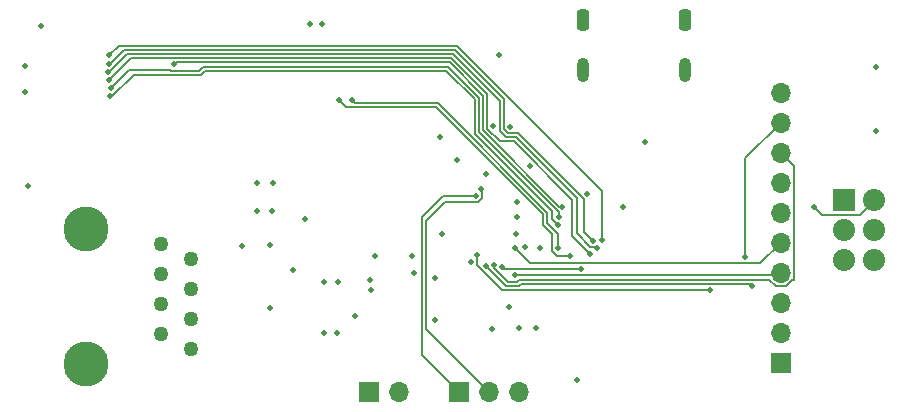
<source format=gbr>
%TF.GenerationSoftware,KiCad,Pcbnew,8.0.2*%
%TF.CreationDate,2024-06-01T22:09:34-05:00*%
%TF.ProjectId,GP2040-RE,47503230-3430-42d5-9245-2e6b69636164,rev?*%
%TF.SameCoordinates,Original*%
%TF.FileFunction,Copper,L4,Bot*%
%TF.FilePolarity,Positive*%
%FSLAX46Y46*%
G04 Gerber Fmt 4.6, Leading zero omitted, Abs format (unit mm)*
G04 Created by KiCad (PCBNEW 8.0.2) date 2024-06-01 22:09:34*
%MOMM*%
%LPD*%
G01*
G04 APERTURE LIST*
G04 Aperture macros list*
%AMRoundRect*
0 Rectangle with rounded corners*
0 $1 Rounding radius*
0 $2 $3 $4 $5 $6 $7 $8 $9 X,Y pos of 4 corners*
0 Add a 4 corners polygon primitive as box body*
4,1,4,$2,$3,$4,$5,$6,$7,$8,$9,$2,$3,0*
0 Add four circle primitives for the rounded corners*
1,1,$1+$1,$2,$3*
1,1,$1+$1,$4,$5*
1,1,$1+$1,$6,$7*
1,1,$1+$1,$8,$9*
0 Add four rect primitives between the rounded corners*
20,1,$1+$1,$2,$3,$4,$5,0*
20,1,$1+$1,$4,$5,$6,$7,0*
20,1,$1+$1,$6,$7,$8,$9,0*
20,1,$1+$1,$8,$9,$2,$3,0*%
G04 Aperture macros list end*
%TA.AperFunction,ComponentPad*%
%ADD10R,1.700000X1.700000*%
%TD*%
%TA.AperFunction,ComponentPad*%
%ADD11O,1.700000X1.700000*%
%TD*%
%TA.AperFunction,ComponentPad*%
%ADD12O,1.000000X2.100000*%
%TD*%
%TA.AperFunction,ComponentPad*%
%ADD13RoundRect,0.250000X0.250000X0.650000X-0.250000X0.650000X-0.250000X-0.650000X0.250000X-0.650000X0*%
%TD*%
%TA.AperFunction,ComponentPad*%
%ADD14C,1.270000*%
%TD*%
%TA.AperFunction,ComponentPad*%
%ADD15C,3.810000*%
%TD*%
%TA.AperFunction,ComponentPad*%
%ADD16R,1.875000X1.875000*%
%TD*%
%TA.AperFunction,ComponentPad*%
%ADD17C,1.875000*%
%TD*%
%TA.AperFunction,ViaPad*%
%ADD18C,0.508000*%
%TD*%
%TA.AperFunction,Conductor*%
%ADD19C,0.177800*%
%TD*%
G04 APERTURE END LIST*
D10*
%TO.P,J5,1,Pin_1*%
%TO.N,/UART_RX*%
X119675000Y-101798000D03*
D11*
%TO.P,J5,2,Pin_2*%
%TO.N,/UART_TX*%
X122215000Y-101798000D03*
%TO.P,J5,3,Pin_3*%
%TO.N,GND*%
X124755000Y-101798000D03*
%TD*%
D12*
%TO.P,J4,SH1,SHELL_GND*%
%TO.N,GND*%
X138770000Y-74500000D03*
%TO.P,J4,SH2,SHELL_GND*%
X130130000Y-74500000D03*
D13*
%TO.P,J4,SH3,SHELL_GND*%
X138770000Y-70320000D03*
%TO.P,J4,SH4,SHELL_GND*%
X130130000Y-70320000D03*
%TD*%
D10*
%TO.P,J9,1,Pin_1*%
%TO.N,VCC*%
X112088000Y-101798000D03*
D11*
%TO.P,J9,2,Pin_2*%
%TO.N,GND*%
X114628000Y-101798000D03*
%TD*%
D10*
%TO.P,J8,1,Pin_1*%
%TO.N,GND*%
X146930000Y-99290000D03*
D11*
%TO.P,J8,2,Pin_2*%
%TO.N,+3.3V*%
X146930000Y-96750000D03*
%TO.P,J8,3,Pin_3*%
%TO.N,unconnected-(J8-Pin_3-Pad3)*%
X146930000Y-94210000D03*
%TO.P,J8,4,Pin_4*%
%TO.N,/OCS*%
X146930000Y-91670000D03*
%TO.P,J8,5,Pin_5*%
%TO.N,/RESET*%
X146930000Y-89130000D03*
%TO.P,J8,6,Pin_6*%
%TO.N,/Data_Command*%
X146930000Y-86590000D03*
%TO.P,J8,7,Pin_7*%
%TO.N,/SPI1_SCK*%
X146930000Y-84050000D03*
%TO.P,J8,8,Pin_8*%
%TO.N,/SPI1_TX_MOSI*%
X146930000Y-81510000D03*
%TO.P,J8,9,Pin_9*%
%TO.N,/SPI1_RX_MISO*%
X146930000Y-78970000D03*
%TO.P,J8,10,Pin_10*%
%TO.N,unconnected-(J8-Pin_10-Pad10)*%
X146930000Y-76430000D03*
%TD*%
D14*
%TO.P,J7,1,1*%
%TO.N,GND*%
X94462700Y-89293700D03*
%TO.P,J7,2,2*%
%TO.N,/OrangeSolid*%
X97002700Y-90563700D03*
%TO.P,J7,3,3*%
%TO.N,/GreenStripe*%
X94462700Y-91833700D03*
%TO.P,J7,4,4*%
%TO.N,/BlueSolid*%
X97002700Y-93103700D03*
%TO.P,J7,5,5*%
%TO.N,/BlueStripe*%
X94462700Y-94373700D03*
%TO.P,J7,6,6*%
%TO.N,/GreenSolid*%
X97002700Y-95643700D03*
%TO.P,J7,7,7*%
%TO.N,/BrownStripe*%
X94462700Y-96913700D03*
%TO.P,J7,8,8*%
%TO.N,/BrownSolid*%
X97002700Y-98183700D03*
D15*
%TO.P,J7,9*%
%TO.N,N/C*%
X88112700Y-88023700D03*
%TO.P,J7,10*%
X88112700Y-99453700D03*
%TD*%
D16*
%TO.P,J2,1,1*%
%TO.N,/SDA_0*%
X152250000Y-85560000D03*
D17*
%TO.P,J2,2,2*%
%TO.N,/SCL_0*%
X154790000Y-85560000D03*
%TO.P,J2,3,3*%
%TO.N,+3.3V*%
X152250000Y-88100000D03*
%TO.P,J2,4,4*%
%TO.N,GND*%
X154790000Y-88100000D03*
%TO.P,J2,5,5*%
%TO.N,/RUN*%
X152250000Y-90640000D03*
%TO.P,J2,6,6*%
%TO.N,VCC*%
X154790000Y-90640000D03*
%TD*%
D18*
%TO.N,GND*%
X133560000Y-86130000D03*
X82890000Y-74170000D03*
X120690000Y-90800000D03*
X135430000Y-80630000D03*
X124560000Y-86990000D03*
X102530000Y-86500000D03*
X119480000Y-82130000D03*
X108240000Y-92510000D03*
X124520000Y-88440000D03*
X107030000Y-70629300D03*
X115890000Y-91750000D03*
X110850000Y-95360826D03*
X124540000Y-85720000D03*
X108220000Y-96750000D03*
X103860000Y-86490000D03*
X126220000Y-96380000D03*
X125280000Y-89540000D03*
X154970000Y-74310000D03*
X154980000Y-79710000D03*
X103880000Y-84050000D03*
X102540000Y-84080000D03*
X112600000Y-90230000D03*
X122500000Y-96460000D03*
X117660000Y-95690000D03*
X109400000Y-92480000D03*
X109350000Y-96750000D03*
X118250000Y-88400000D03*
X84310000Y-70820000D03*
X129690000Y-100730000D03*
X105650000Y-91470000D03*
X118030967Y-80193249D03*
X124710000Y-96360000D03*
X83180000Y-84340000D03*
X125280000Y-89540000D03*
%TO.N,+3.3V*%
X121960000Y-83360000D03*
X82940000Y-76370000D03*
X106642841Y-87143541D03*
X112130000Y-92290000D03*
X122570000Y-79270000D03*
X108060000Y-70629300D03*
X117650000Y-92160000D03*
X123900000Y-94630000D03*
X112260000Y-93160000D03*
X130510000Y-85010000D03*
X124000000Y-79340000D03*
%TO.N,+1V1*%
X126490000Y-89610000D03*
X125690000Y-82660000D03*
%TO.N,/InputVoltage*%
X115670000Y-90250000D03*
X103630000Y-94670000D03*
%TO.N,VBUS*%
X103670000Y-89380000D03*
X123040000Y-73250000D03*
%TO.N,/SDA_0*%
X110600000Y-77070000D03*
X128060000Y-89630000D03*
%TO.N,/SCL_0*%
X149720000Y-86090000D03*
X109530000Y-77100000D03*
X129060000Y-90280000D03*
%TO.N,/OrangeSolid*%
X101270000Y-89430000D03*
%TO.N,/D2_gpio*%
X128060000Y-87660000D03*
X90140658Y-76737304D03*
%TO.N,/D0_gpio*%
X131009300Y-89000000D03*
X90008191Y-74020700D03*
%TO.N,/D1_gpio*%
X90070000Y-73240000D03*
X131750000Y-88930000D03*
%TO.N,/CLK_gpio*%
X131330000Y-89610000D03*
X89993765Y-74706350D03*
%TO.N,/D3_gpio*%
X128100000Y-86960000D03*
X90228458Y-76057145D03*
%TO.N,/CMD_gpio*%
X130800000Y-90090000D03*
X90038250Y-75398247D03*
%TO.N,/CD_gpio*%
X95504000Y-74047500D03*
X128392572Y-86098360D03*
%TO.N,/OCS*%
X124380000Y-91921900D03*
%TO.N,/Data_Command*%
X123330000Y-91240000D03*
X129990000Y-91390700D03*
%TO.N,/SPI1_RX_MISO*%
X143920000Y-90349300D03*
X121219300Y-90170000D03*
X140930000Y-93153800D03*
%TO.N,/SPI1_SCK*%
X144480000Y-92798200D03*
X121974635Y-91084477D03*
%TO.N,/SPI1_TX_MOSI*%
X122660000Y-91060000D03*
%TO.N,/RESET*%
X124380000Y-89610000D03*
%TO.N,/UART_TX*%
X121536682Y-84628915D03*
%TO.N,/UART_RX*%
X121090000Y-85149300D03*
%TD*%
D19*
%TO.N,/SDA_0*%
X110844400Y-77314400D02*
X117866442Y-77314400D01*
X127147015Y-87483397D02*
X128060000Y-88396382D01*
X117866442Y-77314400D02*
X127147015Y-86594973D01*
X127147015Y-86594973D02*
X127147015Y-87483397D01*
X110600000Y-77070000D02*
X110844400Y-77314400D01*
X128060000Y-88396382D02*
X128060000Y-89630000D01*
%TO.N,/SCL_0*%
X126791415Y-87630691D02*
X126791415Y-86742267D01*
X110100000Y-77670000D02*
X109530000Y-77100000D01*
X150394200Y-86764200D02*
X153585800Y-86764200D01*
X127539300Y-89845682D02*
X127539300Y-88378576D01*
X153585800Y-86764200D02*
X154790000Y-85560000D01*
X117719148Y-77670000D02*
X110100000Y-77670000D01*
X127973618Y-90280000D02*
X127539300Y-89845682D01*
X129060000Y-90280000D02*
X127973618Y-90280000D01*
X127539300Y-88378576D02*
X126791415Y-87630691D01*
X149720000Y-86090000D02*
X150394200Y-86764200D01*
X126791415Y-86742267D02*
X117719148Y-77670000D01*
%TO.N,/D2_gpio*%
X120982500Y-76999864D02*
X120982500Y-79927564D01*
X98135676Y-74593600D02*
X118576236Y-74593600D01*
X92136200Y-74923800D02*
X97805476Y-74923800D01*
X90322696Y-76737304D02*
X92136200Y-74923800D01*
X97805476Y-74923800D02*
X98135676Y-74593600D01*
X120982500Y-79927564D02*
X127502615Y-86447679D01*
X127502615Y-87102615D02*
X128060000Y-87660000D01*
X118576236Y-74593600D02*
X120982500Y-76999864D01*
X90140658Y-76737304D02*
X90322696Y-76737304D01*
X127502615Y-86447679D02*
X127502615Y-87102615D01*
%TO.N,/D0_gpio*%
X130240000Y-85476382D02*
X130240000Y-88230700D01*
X124640700Y-79860700D02*
X129989300Y-85209300D01*
X90139300Y-74020700D02*
X91344400Y-72815600D01*
X129989300Y-85209300D02*
X129989300Y-85225682D01*
X123784318Y-79860700D02*
X124640700Y-79860700D01*
X130240000Y-88230700D02*
X131009300Y-89000000D01*
X129989300Y-85225682D02*
X130240000Y-85476382D01*
X90008191Y-74020700D02*
X90139300Y-74020700D01*
X123479300Y-79555682D02*
X123784318Y-79860700D01*
X91344400Y-72815600D02*
X119312706Y-72815600D01*
X119312706Y-72815600D02*
X123479300Y-76982194D01*
X123479300Y-76982194D02*
X123479300Y-79555682D01*
%TO.N,/D1_gpio*%
X131750000Y-88930000D02*
X131750000Y-84750000D01*
X131750000Y-84750000D02*
X119460000Y-72460000D01*
X90850000Y-72460000D02*
X90070000Y-73240000D01*
X119460000Y-72460000D02*
X90850000Y-72460000D01*
%TO.N,/CLK_gpio*%
X119165412Y-73171200D02*
X91598800Y-73171200D01*
X131314282Y-89610000D02*
X131224982Y-89520700D01*
X131330000Y-89610000D02*
X131314282Y-89610000D01*
X123123700Y-79702976D02*
X123123700Y-77129488D01*
X90063650Y-74706350D02*
X89993765Y-74706350D01*
X91598800Y-73171200D02*
X90063650Y-74706350D01*
X130793618Y-89520700D02*
X129633700Y-88360782D01*
X129633700Y-85356594D02*
X124493406Y-80216300D01*
X129633700Y-88360782D02*
X129633700Y-85356594D01*
X123123700Y-77129488D02*
X119165412Y-73171200D01*
X123637024Y-80216300D02*
X123123700Y-79702976D01*
X124493406Y-80216300D02*
X123637024Y-80216300D01*
X131224982Y-89520700D02*
X130793618Y-89520700D01*
%TO.N,/D3_gpio*%
X128100000Y-86542170D02*
X128100000Y-86960000D01*
X97658182Y-74568200D02*
X97988382Y-74238000D01*
X95280118Y-74560000D02*
X95288318Y-74568200D01*
X121338100Y-76852570D02*
X121338100Y-79780270D01*
X95288318Y-74568200D02*
X97658182Y-74568200D01*
X121338100Y-79780270D02*
X128100000Y-86542170D01*
X118723530Y-74238000D02*
X121338100Y-76852570D01*
X90228458Y-76057145D02*
X91725603Y-74560000D01*
X97988382Y-74238000D02*
X118723530Y-74238000D01*
X91725603Y-74560000D02*
X95280118Y-74560000D01*
%TO.N,/CMD_gpio*%
X122049300Y-76557982D02*
X122049300Y-79485682D01*
X123135518Y-80571900D02*
X124346112Y-80571900D01*
X129278100Y-85503888D02*
X129278100Y-88568100D01*
X129278100Y-88568100D02*
X130800000Y-90090000D01*
X122049300Y-79485682D02*
X123135518Y-80571900D01*
X124346112Y-80571900D02*
X129278100Y-85503888D01*
X119018118Y-73526800D02*
X122049300Y-76557982D01*
X91909697Y-73526800D02*
X119018118Y-73526800D01*
X90038250Y-75398247D02*
X91909697Y-73526800D01*
%TO.N,/CD_gpio*%
X118870824Y-73882400D02*
X95669100Y-73882400D01*
X121693700Y-76705276D02*
X118870824Y-73882400D01*
X121693700Y-79632976D02*
X121693700Y-76705276D01*
X128392572Y-86098360D02*
X128159084Y-86098360D01*
X95669100Y-73882400D02*
X95504000Y-74047500D01*
X128159084Y-86098360D02*
X121693700Y-79632976D01*
%TO.N,/OCS*%
X124380000Y-91921900D02*
X146678100Y-91921900D01*
X146678100Y-91921900D02*
X146930000Y-91670000D01*
%TO.N,/Data_Command*%
X123491200Y-91401200D02*
X123330000Y-91240000D01*
X129979500Y-91401200D02*
X123491200Y-91401200D01*
X129990000Y-91390700D02*
X129979500Y-91401200D01*
%TO.N,/SPI1_RX_MISO*%
X143920000Y-90349300D02*
X143920000Y-81980000D01*
X121219300Y-90170000D02*
X121219300Y-91065524D01*
X121219300Y-91065524D02*
X123307576Y-93153800D01*
X123307576Y-93153800D02*
X140930000Y-93153800D01*
X143920000Y-81980000D02*
X146930000Y-78970000D01*
%TO.N,/SPI1_SCK*%
X123648924Y-92798200D02*
X121974635Y-91123911D01*
X121974635Y-91123911D02*
X121974635Y-91084477D01*
X124742976Y-92798200D02*
X123648924Y-92798200D01*
X124908076Y-92633100D02*
X124742976Y-92798200D01*
X144480000Y-92798200D02*
X144314900Y-92633100D01*
X144314900Y-92633100D02*
X124908076Y-92633100D01*
%TO.N,/SPI1_TX_MOSI*%
X148050000Y-82630000D02*
X146930000Y-81510000D01*
X148050000Y-92280000D02*
X148050000Y-82630000D01*
X147392553Y-92786700D02*
X147974627Y-92204627D01*
X122660000Y-91306382D02*
X123796218Y-92442600D01*
X122660000Y-91060000D02*
X122660000Y-91306382D01*
X124760782Y-92277500D02*
X145958247Y-92277500D01*
X146467447Y-92786700D02*
X147392553Y-92786700D01*
X124595682Y-92442600D02*
X124760782Y-92277500D01*
X145958247Y-92277500D02*
X146467447Y-92786700D01*
X123796218Y-92442600D02*
X124595682Y-92442600D01*
X147974627Y-92204627D02*
X148050000Y-92280000D01*
%TO.N,/RESET*%
X125640000Y-90870000D02*
X145190000Y-90870000D01*
X145190000Y-90870000D02*
X146930000Y-89130000D01*
X124380000Y-89610000D02*
X125640000Y-90870000D01*
%TO.N,/UART_TX*%
X121305682Y-85670000D02*
X118520000Y-85670000D01*
X121610700Y-85364982D02*
X121305682Y-85670000D01*
X116865600Y-96448600D02*
X122215000Y-101798000D01*
X121536682Y-84628915D02*
X121610700Y-84702933D01*
X116865600Y-87324400D02*
X116865600Y-96448600D01*
X118520000Y-85670000D02*
X116865600Y-87324400D01*
X121610700Y-84702933D02*
X121610700Y-85364982D01*
%TO.N,/UART_RX*%
X116510000Y-86940000D02*
X116510000Y-98633000D01*
X121090000Y-85149300D02*
X118300700Y-85149300D01*
X118300700Y-85149300D02*
X116510000Y-86940000D01*
X116510000Y-98633000D02*
X119675000Y-101798000D01*
%TD*%
M02*

</source>
